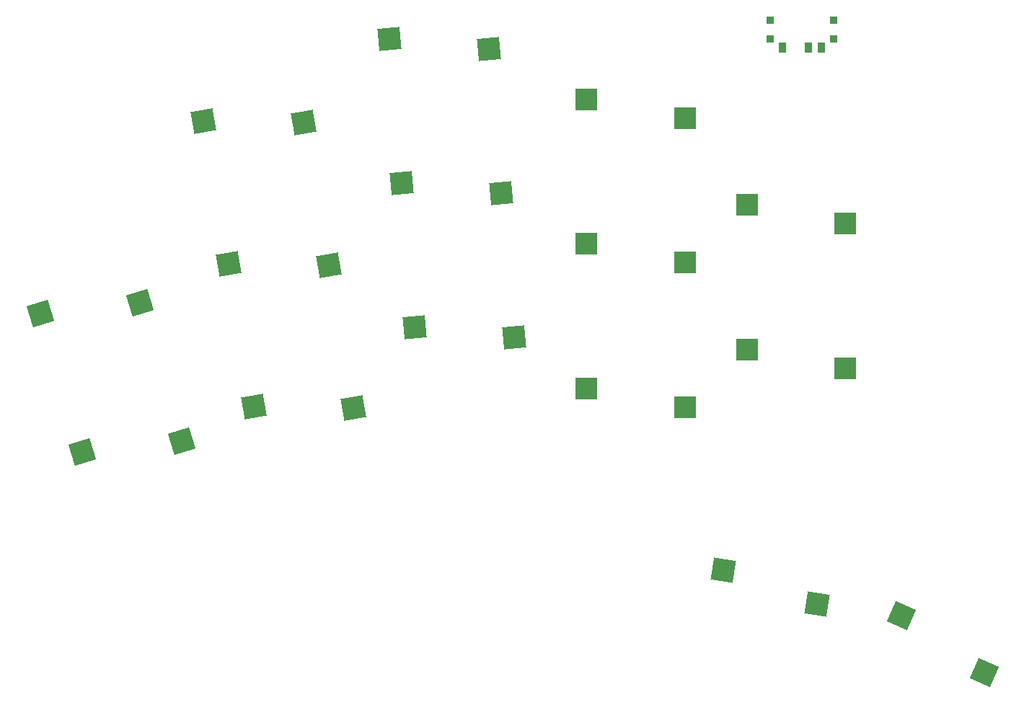
<source format=gbp>
%TF.GenerationSoftware,KiCad,Pcbnew,(6.0.4)*%
%TF.CreationDate,2022-05-21T21:28:03+02:00*%
%TF.ProjectId,battoota,62617474-6f6f-4746-912e-6b696361645f,v1.0.0*%
%TF.SameCoordinates,Original*%
%TF.FileFunction,Paste,Bot*%
%TF.FilePolarity,Positive*%
%FSLAX46Y46*%
G04 Gerber Fmt 4.6, Leading zero omitted, Abs format (unit mm)*
G04 Created by KiCad (PCBNEW (6.0.4)) date 2022-05-21 21:28:03*
%MOMM*%
%LPD*%
G01*
G04 APERTURE LIST*
G04 Aperture macros list*
%AMRotRect*
0 Rectangle, with rotation*
0 The origin of the aperture is its center*
0 $1 length*
0 $2 width*
0 $3 Rotation angle, in degrees counterclockwise*
0 Add horizontal line*
21,1,$1,$2,0,0,$3*%
G04 Aperture macros list end*
%ADD10RotRect,2.600000X2.600000X10.000000*%
%ADD11RotRect,2.600000X2.600000X5.000000*%
%ADD12R,2.600000X2.600000*%
%ADD13RotRect,2.600000X2.600000X336.000000*%
%ADD14RotRect,2.600000X2.600000X17.000000*%
%ADD15R,0.900000X0.900000*%
%ADD16R,0.900000X1.250000*%
%ADD17RotRect,2.600000X2.600000X351.000000*%
G04 APERTURE END LIST*
D10*
%TO.C,S11*%
X67128658Y110035975D03*
X78885213Y109875035D03*
%TD*%
D11*
%TO.C,S15*%
X90440529Y102756090D03*
X102138320Y101571111D03*
%TD*%
D12*
%TO.C,S21*%
X112136087Y95636017D03*
X123686087Y93436017D03*
%TD*%
%TO.C,S29*%
X130943280Y100228852D03*
X142493280Y98028852D03*
%TD*%
D13*
%TO.C,S33*%
X149143013Y52005912D03*
X158799642Y45298304D03*
%TD*%
D10*
%TO.C,S7*%
X73032696Y76552511D03*
X84789251Y76391571D03*
%TD*%
D14*
%TO.C,S5*%
X47970749Y87462459D03*
X59659287Y88735482D03*
%TD*%
D12*
%TO.C,S27*%
X130943280Y83228852D03*
X142493280Y81028852D03*
%TD*%
D10*
%TO.C,S9*%
X70080677Y93294243D03*
X81837232Y93133303D03*
%TD*%
D11*
%TO.C,S13*%
X91922177Y85820780D03*
X103619968Y84635801D03*
%TD*%
%TO.C,S17*%
X88958882Y119691400D03*
X100656673Y118506421D03*
%TD*%
D15*
%TO.C,T2*%
X141119791Y121903254D03*
X133719791Y121903254D03*
X141119791Y119703254D03*
X133719791Y119703254D03*
D16*
X135169791Y118728254D03*
X138169791Y118728254D03*
X139669791Y118728254D03*
%TD*%
D17*
%TO.C,S31*%
X128172224Y57326077D03*
X139235868Y53346345D03*
%TD*%
D14*
%TO.C,S3*%
X52941068Y71205278D03*
X64629606Y72478301D03*
%TD*%
D12*
%TO.C,S23*%
X112136087Y112636017D03*
X123686087Y110436017D03*
%TD*%
%TO.C,S19*%
X112136087Y78636017D03*
X123686087Y76436017D03*
%TD*%
M02*

</source>
